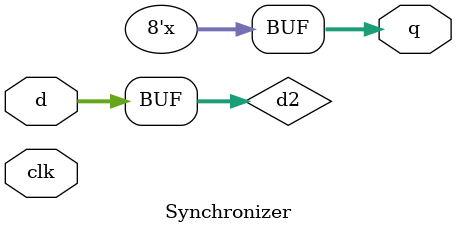
<source format=v>
module Synchronizer(clk, d,q);
input clk;
input [7:0] d;
output reg [7:0] q;
reg [7:0] d2;
always@(clk)
begin
    d2<=d;
	 q<=d2;

end
endmodule
</source>
